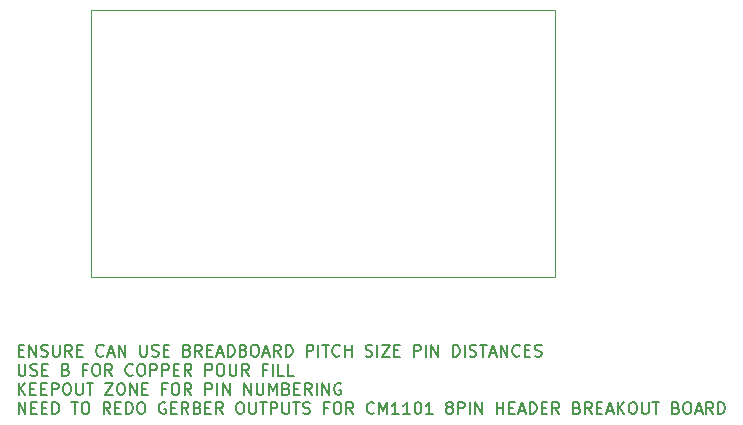
<source format=gbr>
%TF.GenerationSoftware,KiCad,Pcbnew,7.0.2*%
%TF.CreationDate,2024-04-09T17:47:28-07:00*%
%TF.ProjectId,RFM22BPCB,52464d32-3242-4504-9342-2e6b69636164,rev?*%
%TF.SameCoordinates,Original*%
%TF.FileFunction,Profile,NP*%
%FSLAX46Y46*%
G04 Gerber Fmt 4.6, Leading zero omitted, Abs format (unit mm)*
G04 Created by KiCad (PCBNEW 7.0.2) date 2024-04-09 17:47:28*
%MOMM*%
%LPD*%
G01*
G04 APERTURE LIST*
%TA.AperFunction,Profile*%
%ADD10C,0.100000*%
%TD*%
%ADD11C,0.150000*%
G04 APERTURE END LIST*
D10*
X141503400Y-92456000D02*
X180746400Y-92456000D01*
X180746400Y-115049300D01*
X141503400Y-115049300D01*
X141503400Y-92456000D01*
D11*
X135366095Y-121239809D02*
X135699428Y-121239809D01*
X135842285Y-121763619D02*
X135366095Y-121763619D01*
X135366095Y-121763619D02*
X135366095Y-120763619D01*
X135366095Y-120763619D02*
X135842285Y-120763619D01*
X136270857Y-121763619D02*
X136270857Y-120763619D01*
X136270857Y-120763619D02*
X136842285Y-121763619D01*
X136842285Y-121763619D02*
X136842285Y-120763619D01*
X137270857Y-121716000D02*
X137413714Y-121763619D01*
X137413714Y-121763619D02*
X137651809Y-121763619D01*
X137651809Y-121763619D02*
X137747047Y-121716000D01*
X137747047Y-121716000D02*
X137794666Y-121668380D01*
X137794666Y-121668380D02*
X137842285Y-121573142D01*
X137842285Y-121573142D02*
X137842285Y-121477904D01*
X137842285Y-121477904D02*
X137794666Y-121382666D01*
X137794666Y-121382666D02*
X137747047Y-121335047D01*
X137747047Y-121335047D02*
X137651809Y-121287428D01*
X137651809Y-121287428D02*
X137461333Y-121239809D01*
X137461333Y-121239809D02*
X137366095Y-121192190D01*
X137366095Y-121192190D02*
X137318476Y-121144571D01*
X137318476Y-121144571D02*
X137270857Y-121049333D01*
X137270857Y-121049333D02*
X137270857Y-120954095D01*
X137270857Y-120954095D02*
X137318476Y-120858857D01*
X137318476Y-120858857D02*
X137366095Y-120811238D01*
X137366095Y-120811238D02*
X137461333Y-120763619D01*
X137461333Y-120763619D02*
X137699428Y-120763619D01*
X137699428Y-120763619D02*
X137842285Y-120811238D01*
X138270857Y-120763619D02*
X138270857Y-121573142D01*
X138270857Y-121573142D02*
X138318476Y-121668380D01*
X138318476Y-121668380D02*
X138366095Y-121716000D01*
X138366095Y-121716000D02*
X138461333Y-121763619D01*
X138461333Y-121763619D02*
X138651809Y-121763619D01*
X138651809Y-121763619D02*
X138747047Y-121716000D01*
X138747047Y-121716000D02*
X138794666Y-121668380D01*
X138794666Y-121668380D02*
X138842285Y-121573142D01*
X138842285Y-121573142D02*
X138842285Y-120763619D01*
X139889904Y-121763619D02*
X139556571Y-121287428D01*
X139318476Y-121763619D02*
X139318476Y-120763619D01*
X139318476Y-120763619D02*
X139699428Y-120763619D01*
X139699428Y-120763619D02*
X139794666Y-120811238D01*
X139794666Y-120811238D02*
X139842285Y-120858857D01*
X139842285Y-120858857D02*
X139889904Y-120954095D01*
X139889904Y-120954095D02*
X139889904Y-121096952D01*
X139889904Y-121096952D02*
X139842285Y-121192190D01*
X139842285Y-121192190D02*
X139794666Y-121239809D01*
X139794666Y-121239809D02*
X139699428Y-121287428D01*
X139699428Y-121287428D02*
X139318476Y-121287428D01*
X140318476Y-121239809D02*
X140651809Y-121239809D01*
X140794666Y-121763619D02*
X140318476Y-121763619D01*
X140318476Y-121763619D02*
X140318476Y-120763619D01*
X140318476Y-120763619D02*
X140794666Y-120763619D01*
X142556571Y-121668380D02*
X142508952Y-121716000D01*
X142508952Y-121716000D02*
X142366095Y-121763619D01*
X142366095Y-121763619D02*
X142270857Y-121763619D01*
X142270857Y-121763619D02*
X142128000Y-121716000D01*
X142128000Y-121716000D02*
X142032762Y-121620761D01*
X142032762Y-121620761D02*
X141985143Y-121525523D01*
X141985143Y-121525523D02*
X141937524Y-121335047D01*
X141937524Y-121335047D02*
X141937524Y-121192190D01*
X141937524Y-121192190D02*
X141985143Y-121001714D01*
X141985143Y-121001714D02*
X142032762Y-120906476D01*
X142032762Y-120906476D02*
X142128000Y-120811238D01*
X142128000Y-120811238D02*
X142270857Y-120763619D01*
X142270857Y-120763619D02*
X142366095Y-120763619D01*
X142366095Y-120763619D02*
X142508952Y-120811238D01*
X142508952Y-120811238D02*
X142556571Y-120858857D01*
X142937524Y-121477904D02*
X143413714Y-121477904D01*
X142842286Y-121763619D02*
X143175619Y-120763619D01*
X143175619Y-120763619D02*
X143508952Y-121763619D01*
X143842286Y-121763619D02*
X143842286Y-120763619D01*
X143842286Y-120763619D02*
X144413714Y-121763619D01*
X144413714Y-121763619D02*
X144413714Y-120763619D01*
X145651810Y-120763619D02*
X145651810Y-121573142D01*
X145651810Y-121573142D02*
X145699429Y-121668380D01*
X145699429Y-121668380D02*
X145747048Y-121716000D01*
X145747048Y-121716000D02*
X145842286Y-121763619D01*
X145842286Y-121763619D02*
X146032762Y-121763619D01*
X146032762Y-121763619D02*
X146128000Y-121716000D01*
X146128000Y-121716000D02*
X146175619Y-121668380D01*
X146175619Y-121668380D02*
X146223238Y-121573142D01*
X146223238Y-121573142D02*
X146223238Y-120763619D01*
X146651810Y-121716000D02*
X146794667Y-121763619D01*
X146794667Y-121763619D02*
X147032762Y-121763619D01*
X147032762Y-121763619D02*
X147128000Y-121716000D01*
X147128000Y-121716000D02*
X147175619Y-121668380D01*
X147175619Y-121668380D02*
X147223238Y-121573142D01*
X147223238Y-121573142D02*
X147223238Y-121477904D01*
X147223238Y-121477904D02*
X147175619Y-121382666D01*
X147175619Y-121382666D02*
X147128000Y-121335047D01*
X147128000Y-121335047D02*
X147032762Y-121287428D01*
X147032762Y-121287428D02*
X146842286Y-121239809D01*
X146842286Y-121239809D02*
X146747048Y-121192190D01*
X146747048Y-121192190D02*
X146699429Y-121144571D01*
X146699429Y-121144571D02*
X146651810Y-121049333D01*
X146651810Y-121049333D02*
X146651810Y-120954095D01*
X146651810Y-120954095D02*
X146699429Y-120858857D01*
X146699429Y-120858857D02*
X146747048Y-120811238D01*
X146747048Y-120811238D02*
X146842286Y-120763619D01*
X146842286Y-120763619D02*
X147080381Y-120763619D01*
X147080381Y-120763619D02*
X147223238Y-120811238D01*
X147651810Y-121239809D02*
X147985143Y-121239809D01*
X148128000Y-121763619D02*
X147651810Y-121763619D01*
X147651810Y-121763619D02*
X147651810Y-120763619D01*
X147651810Y-120763619D02*
X148128000Y-120763619D01*
X149651810Y-121239809D02*
X149794667Y-121287428D01*
X149794667Y-121287428D02*
X149842286Y-121335047D01*
X149842286Y-121335047D02*
X149889905Y-121430285D01*
X149889905Y-121430285D02*
X149889905Y-121573142D01*
X149889905Y-121573142D02*
X149842286Y-121668380D01*
X149842286Y-121668380D02*
X149794667Y-121716000D01*
X149794667Y-121716000D02*
X149699429Y-121763619D01*
X149699429Y-121763619D02*
X149318477Y-121763619D01*
X149318477Y-121763619D02*
X149318477Y-120763619D01*
X149318477Y-120763619D02*
X149651810Y-120763619D01*
X149651810Y-120763619D02*
X149747048Y-120811238D01*
X149747048Y-120811238D02*
X149794667Y-120858857D01*
X149794667Y-120858857D02*
X149842286Y-120954095D01*
X149842286Y-120954095D02*
X149842286Y-121049333D01*
X149842286Y-121049333D02*
X149794667Y-121144571D01*
X149794667Y-121144571D02*
X149747048Y-121192190D01*
X149747048Y-121192190D02*
X149651810Y-121239809D01*
X149651810Y-121239809D02*
X149318477Y-121239809D01*
X150889905Y-121763619D02*
X150556572Y-121287428D01*
X150318477Y-121763619D02*
X150318477Y-120763619D01*
X150318477Y-120763619D02*
X150699429Y-120763619D01*
X150699429Y-120763619D02*
X150794667Y-120811238D01*
X150794667Y-120811238D02*
X150842286Y-120858857D01*
X150842286Y-120858857D02*
X150889905Y-120954095D01*
X150889905Y-120954095D02*
X150889905Y-121096952D01*
X150889905Y-121096952D02*
X150842286Y-121192190D01*
X150842286Y-121192190D02*
X150794667Y-121239809D01*
X150794667Y-121239809D02*
X150699429Y-121287428D01*
X150699429Y-121287428D02*
X150318477Y-121287428D01*
X151318477Y-121239809D02*
X151651810Y-121239809D01*
X151794667Y-121763619D02*
X151318477Y-121763619D01*
X151318477Y-121763619D02*
X151318477Y-120763619D01*
X151318477Y-120763619D02*
X151794667Y-120763619D01*
X152175620Y-121477904D02*
X152651810Y-121477904D01*
X152080382Y-121763619D02*
X152413715Y-120763619D01*
X152413715Y-120763619D02*
X152747048Y-121763619D01*
X153080382Y-121763619D02*
X153080382Y-120763619D01*
X153080382Y-120763619D02*
X153318477Y-120763619D01*
X153318477Y-120763619D02*
X153461334Y-120811238D01*
X153461334Y-120811238D02*
X153556572Y-120906476D01*
X153556572Y-120906476D02*
X153604191Y-121001714D01*
X153604191Y-121001714D02*
X153651810Y-121192190D01*
X153651810Y-121192190D02*
X153651810Y-121335047D01*
X153651810Y-121335047D02*
X153604191Y-121525523D01*
X153604191Y-121525523D02*
X153556572Y-121620761D01*
X153556572Y-121620761D02*
X153461334Y-121716000D01*
X153461334Y-121716000D02*
X153318477Y-121763619D01*
X153318477Y-121763619D02*
X153080382Y-121763619D01*
X154413715Y-121239809D02*
X154556572Y-121287428D01*
X154556572Y-121287428D02*
X154604191Y-121335047D01*
X154604191Y-121335047D02*
X154651810Y-121430285D01*
X154651810Y-121430285D02*
X154651810Y-121573142D01*
X154651810Y-121573142D02*
X154604191Y-121668380D01*
X154604191Y-121668380D02*
X154556572Y-121716000D01*
X154556572Y-121716000D02*
X154461334Y-121763619D01*
X154461334Y-121763619D02*
X154080382Y-121763619D01*
X154080382Y-121763619D02*
X154080382Y-120763619D01*
X154080382Y-120763619D02*
X154413715Y-120763619D01*
X154413715Y-120763619D02*
X154508953Y-120811238D01*
X154508953Y-120811238D02*
X154556572Y-120858857D01*
X154556572Y-120858857D02*
X154604191Y-120954095D01*
X154604191Y-120954095D02*
X154604191Y-121049333D01*
X154604191Y-121049333D02*
X154556572Y-121144571D01*
X154556572Y-121144571D02*
X154508953Y-121192190D01*
X154508953Y-121192190D02*
X154413715Y-121239809D01*
X154413715Y-121239809D02*
X154080382Y-121239809D01*
X155270858Y-120763619D02*
X155461334Y-120763619D01*
X155461334Y-120763619D02*
X155556572Y-120811238D01*
X155556572Y-120811238D02*
X155651810Y-120906476D01*
X155651810Y-120906476D02*
X155699429Y-121096952D01*
X155699429Y-121096952D02*
X155699429Y-121430285D01*
X155699429Y-121430285D02*
X155651810Y-121620761D01*
X155651810Y-121620761D02*
X155556572Y-121716000D01*
X155556572Y-121716000D02*
X155461334Y-121763619D01*
X155461334Y-121763619D02*
X155270858Y-121763619D01*
X155270858Y-121763619D02*
X155175620Y-121716000D01*
X155175620Y-121716000D02*
X155080382Y-121620761D01*
X155080382Y-121620761D02*
X155032763Y-121430285D01*
X155032763Y-121430285D02*
X155032763Y-121096952D01*
X155032763Y-121096952D02*
X155080382Y-120906476D01*
X155080382Y-120906476D02*
X155175620Y-120811238D01*
X155175620Y-120811238D02*
X155270858Y-120763619D01*
X156080382Y-121477904D02*
X156556572Y-121477904D01*
X155985144Y-121763619D02*
X156318477Y-120763619D01*
X156318477Y-120763619D02*
X156651810Y-121763619D01*
X157556572Y-121763619D02*
X157223239Y-121287428D01*
X156985144Y-121763619D02*
X156985144Y-120763619D01*
X156985144Y-120763619D02*
X157366096Y-120763619D01*
X157366096Y-120763619D02*
X157461334Y-120811238D01*
X157461334Y-120811238D02*
X157508953Y-120858857D01*
X157508953Y-120858857D02*
X157556572Y-120954095D01*
X157556572Y-120954095D02*
X157556572Y-121096952D01*
X157556572Y-121096952D02*
X157508953Y-121192190D01*
X157508953Y-121192190D02*
X157461334Y-121239809D01*
X157461334Y-121239809D02*
X157366096Y-121287428D01*
X157366096Y-121287428D02*
X156985144Y-121287428D01*
X157985144Y-121763619D02*
X157985144Y-120763619D01*
X157985144Y-120763619D02*
X158223239Y-120763619D01*
X158223239Y-120763619D02*
X158366096Y-120811238D01*
X158366096Y-120811238D02*
X158461334Y-120906476D01*
X158461334Y-120906476D02*
X158508953Y-121001714D01*
X158508953Y-121001714D02*
X158556572Y-121192190D01*
X158556572Y-121192190D02*
X158556572Y-121335047D01*
X158556572Y-121335047D02*
X158508953Y-121525523D01*
X158508953Y-121525523D02*
X158461334Y-121620761D01*
X158461334Y-121620761D02*
X158366096Y-121716000D01*
X158366096Y-121716000D02*
X158223239Y-121763619D01*
X158223239Y-121763619D02*
X157985144Y-121763619D01*
X159747049Y-121763619D02*
X159747049Y-120763619D01*
X159747049Y-120763619D02*
X160128001Y-120763619D01*
X160128001Y-120763619D02*
X160223239Y-120811238D01*
X160223239Y-120811238D02*
X160270858Y-120858857D01*
X160270858Y-120858857D02*
X160318477Y-120954095D01*
X160318477Y-120954095D02*
X160318477Y-121096952D01*
X160318477Y-121096952D02*
X160270858Y-121192190D01*
X160270858Y-121192190D02*
X160223239Y-121239809D01*
X160223239Y-121239809D02*
X160128001Y-121287428D01*
X160128001Y-121287428D02*
X159747049Y-121287428D01*
X160747049Y-121763619D02*
X160747049Y-120763619D01*
X161080382Y-120763619D02*
X161651810Y-120763619D01*
X161366096Y-121763619D02*
X161366096Y-120763619D01*
X162556572Y-121668380D02*
X162508953Y-121716000D01*
X162508953Y-121716000D02*
X162366096Y-121763619D01*
X162366096Y-121763619D02*
X162270858Y-121763619D01*
X162270858Y-121763619D02*
X162128001Y-121716000D01*
X162128001Y-121716000D02*
X162032763Y-121620761D01*
X162032763Y-121620761D02*
X161985144Y-121525523D01*
X161985144Y-121525523D02*
X161937525Y-121335047D01*
X161937525Y-121335047D02*
X161937525Y-121192190D01*
X161937525Y-121192190D02*
X161985144Y-121001714D01*
X161985144Y-121001714D02*
X162032763Y-120906476D01*
X162032763Y-120906476D02*
X162128001Y-120811238D01*
X162128001Y-120811238D02*
X162270858Y-120763619D01*
X162270858Y-120763619D02*
X162366096Y-120763619D01*
X162366096Y-120763619D02*
X162508953Y-120811238D01*
X162508953Y-120811238D02*
X162556572Y-120858857D01*
X162985144Y-121763619D02*
X162985144Y-120763619D01*
X162985144Y-121239809D02*
X163556572Y-121239809D01*
X163556572Y-121763619D02*
X163556572Y-120763619D01*
X164747049Y-121716000D02*
X164889906Y-121763619D01*
X164889906Y-121763619D02*
X165128001Y-121763619D01*
X165128001Y-121763619D02*
X165223239Y-121716000D01*
X165223239Y-121716000D02*
X165270858Y-121668380D01*
X165270858Y-121668380D02*
X165318477Y-121573142D01*
X165318477Y-121573142D02*
X165318477Y-121477904D01*
X165318477Y-121477904D02*
X165270858Y-121382666D01*
X165270858Y-121382666D02*
X165223239Y-121335047D01*
X165223239Y-121335047D02*
X165128001Y-121287428D01*
X165128001Y-121287428D02*
X164937525Y-121239809D01*
X164937525Y-121239809D02*
X164842287Y-121192190D01*
X164842287Y-121192190D02*
X164794668Y-121144571D01*
X164794668Y-121144571D02*
X164747049Y-121049333D01*
X164747049Y-121049333D02*
X164747049Y-120954095D01*
X164747049Y-120954095D02*
X164794668Y-120858857D01*
X164794668Y-120858857D02*
X164842287Y-120811238D01*
X164842287Y-120811238D02*
X164937525Y-120763619D01*
X164937525Y-120763619D02*
X165175620Y-120763619D01*
X165175620Y-120763619D02*
X165318477Y-120811238D01*
X165747049Y-121763619D02*
X165747049Y-120763619D01*
X166128001Y-120763619D02*
X166794667Y-120763619D01*
X166794667Y-120763619D02*
X166128001Y-121763619D01*
X166128001Y-121763619D02*
X166794667Y-121763619D01*
X167175620Y-121239809D02*
X167508953Y-121239809D01*
X167651810Y-121763619D02*
X167175620Y-121763619D01*
X167175620Y-121763619D02*
X167175620Y-120763619D01*
X167175620Y-120763619D02*
X167651810Y-120763619D01*
X168842287Y-121763619D02*
X168842287Y-120763619D01*
X168842287Y-120763619D02*
X169223239Y-120763619D01*
X169223239Y-120763619D02*
X169318477Y-120811238D01*
X169318477Y-120811238D02*
X169366096Y-120858857D01*
X169366096Y-120858857D02*
X169413715Y-120954095D01*
X169413715Y-120954095D02*
X169413715Y-121096952D01*
X169413715Y-121096952D02*
X169366096Y-121192190D01*
X169366096Y-121192190D02*
X169318477Y-121239809D01*
X169318477Y-121239809D02*
X169223239Y-121287428D01*
X169223239Y-121287428D02*
X168842287Y-121287428D01*
X169842287Y-121763619D02*
X169842287Y-120763619D01*
X170318477Y-121763619D02*
X170318477Y-120763619D01*
X170318477Y-120763619D02*
X170889905Y-121763619D01*
X170889905Y-121763619D02*
X170889905Y-120763619D01*
X172128001Y-121763619D02*
X172128001Y-120763619D01*
X172128001Y-120763619D02*
X172366096Y-120763619D01*
X172366096Y-120763619D02*
X172508953Y-120811238D01*
X172508953Y-120811238D02*
X172604191Y-120906476D01*
X172604191Y-120906476D02*
X172651810Y-121001714D01*
X172651810Y-121001714D02*
X172699429Y-121192190D01*
X172699429Y-121192190D02*
X172699429Y-121335047D01*
X172699429Y-121335047D02*
X172651810Y-121525523D01*
X172651810Y-121525523D02*
X172604191Y-121620761D01*
X172604191Y-121620761D02*
X172508953Y-121716000D01*
X172508953Y-121716000D02*
X172366096Y-121763619D01*
X172366096Y-121763619D02*
X172128001Y-121763619D01*
X173128001Y-121763619D02*
X173128001Y-120763619D01*
X173556572Y-121716000D02*
X173699429Y-121763619D01*
X173699429Y-121763619D02*
X173937524Y-121763619D01*
X173937524Y-121763619D02*
X174032762Y-121716000D01*
X174032762Y-121716000D02*
X174080381Y-121668380D01*
X174080381Y-121668380D02*
X174128000Y-121573142D01*
X174128000Y-121573142D02*
X174128000Y-121477904D01*
X174128000Y-121477904D02*
X174080381Y-121382666D01*
X174080381Y-121382666D02*
X174032762Y-121335047D01*
X174032762Y-121335047D02*
X173937524Y-121287428D01*
X173937524Y-121287428D02*
X173747048Y-121239809D01*
X173747048Y-121239809D02*
X173651810Y-121192190D01*
X173651810Y-121192190D02*
X173604191Y-121144571D01*
X173604191Y-121144571D02*
X173556572Y-121049333D01*
X173556572Y-121049333D02*
X173556572Y-120954095D01*
X173556572Y-120954095D02*
X173604191Y-120858857D01*
X173604191Y-120858857D02*
X173651810Y-120811238D01*
X173651810Y-120811238D02*
X173747048Y-120763619D01*
X173747048Y-120763619D02*
X173985143Y-120763619D01*
X173985143Y-120763619D02*
X174128000Y-120811238D01*
X174413715Y-120763619D02*
X174985143Y-120763619D01*
X174699429Y-121763619D02*
X174699429Y-120763619D01*
X175270858Y-121477904D02*
X175747048Y-121477904D01*
X175175620Y-121763619D02*
X175508953Y-120763619D01*
X175508953Y-120763619D02*
X175842286Y-121763619D01*
X176175620Y-121763619D02*
X176175620Y-120763619D01*
X176175620Y-120763619D02*
X176747048Y-121763619D01*
X176747048Y-121763619D02*
X176747048Y-120763619D01*
X177794667Y-121668380D02*
X177747048Y-121716000D01*
X177747048Y-121716000D02*
X177604191Y-121763619D01*
X177604191Y-121763619D02*
X177508953Y-121763619D01*
X177508953Y-121763619D02*
X177366096Y-121716000D01*
X177366096Y-121716000D02*
X177270858Y-121620761D01*
X177270858Y-121620761D02*
X177223239Y-121525523D01*
X177223239Y-121525523D02*
X177175620Y-121335047D01*
X177175620Y-121335047D02*
X177175620Y-121192190D01*
X177175620Y-121192190D02*
X177223239Y-121001714D01*
X177223239Y-121001714D02*
X177270858Y-120906476D01*
X177270858Y-120906476D02*
X177366096Y-120811238D01*
X177366096Y-120811238D02*
X177508953Y-120763619D01*
X177508953Y-120763619D02*
X177604191Y-120763619D01*
X177604191Y-120763619D02*
X177747048Y-120811238D01*
X177747048Y-120811238D02*
X177794667Y-120858857D01*
X178223239Y-121239809D02*
X178556572Y-121239809D01*
X178699429Y-121763619D02*
X178223239Y-121763619D01*
X178223239Y-121763619D02*
X178223239Y-120763619D01*
X178223239Y-120763619D02*
X178699429Y-120763619D01*
X179080382Y-121716000D02*
X179223239Y-121763619D01*
X179223239Y-121763619D02*
X179461334Y-121763619D01*
X179461334Y-121763619D02*
X179556572Y-121716000D01*
X179556572Y-121716000D02*
X179604191Y-121668380D01*
X179604191Y-121668380D02*
X179651810Y-121573142D01*
X179651810Y-121573142D02*
X179651810Y-121477904D01*
X179651810Y-121477904D02*
X179604191Y-121382666D01*
X179604191Y-121382666D02*
X179556572Y-121335047D01*
X179556572Y-121335047D02*
X179461334Y-121287428D01*
X179461334Y-121287428D02*
X179270858Y-121239809D01*
X179270858Y-121239809D02*
X179175620Y-121192190D01*
X179175620Y-121192190D02*
X179128001Y-121144571D01*
X179128001Y-121144571D02*
X179080382Y-121049333D01*
X179080382Y-121049333D02*
X179080382Y-120954095D01*
X179080382Y-120954095D02*
X179128001Y-120858857D01*
X179128001Y-120858857D02*
X179175620Y-120811238D01*
X179175620Y-120811238D02*
X179270858Y-120763619D01*
X179270858Y-120763619D02*
X179508953Y-120763619D01*
X179508953Y-120763619D02*
X179651810Y-120811238D01*
X135366095Y-122383619D02*
X135366095Y-123193142D01*
X135366095Y-123193142D02*
X135413714Y-123288380D01*
X135413714Y-123288380D02*
X135461333Y-123336000D01*
X135461333Y-123336000D02*
X135556571Y-123383619D01*
X135556571Y-123383619D02*
X135747047Y-123383619D01*
X135747047Y-123383619D02*
X135842285Y-123336000D01*
X135842285Y-123336000D02*
X135889904Y-123288380D01*
X135889904Y-123288380D02*
X135937523Y-123193142D01*
X135937523Y-123193142D02*
X135937523Y-122383619D01*
X136366095Y-123336000D02*
X136508952Y-123383619D01*
X136508952Y-123383619D02*
X136747047Y-123383619D01*
X136747047Y-123383619D02*
X136842285Y-123336000D01*
X136842285Y-123336000D02*
X136889904Y-123288380D01*
X136889904Y-123288380D02*
X136937523Y-123193142D01*
X136937523Y-123193142D02*
X136937523Y-123097904D01*
X136937523Y-123097904D02*
X136889904Y-123002666D01*
X136889904Y-123002666D02*
X136842285Y-122955047D01*
X136842285Y-122955047D02*
X136747047Y-122907428D01*
X136747047Y-122907428D02*
X136556571Y-122859809D01*
X136556571Y-122859809D02*
X136461333Y-122812190D01*
X136461333Y-122812190D02*
X136413714Y-122764571D01*
X136413714Y-122764571D02*
X136366095Y-122669333D01*
X136366095Y-122669333D02*
X136366095Y-122574095D01*
X136366095Y-122574095D02*
X136413714Y-122478857D01*
X136413714Y-122478857D02*
X136461333Y-122431238D01*
X136461333Y-122431238D02*
X136556571Y-122383619D01*
X136556571Y-122383619D02*
X136794666Y-122383619D01*
X136794666Y-122383619D02*
X136937523Y-122431238D01*
X137366095Y-122859809D02*
X137699428Y-122859809D01*
X137842285Y-123383619D02*
X137366095Y-123383619D01*
X137366095Y-123383619D02*
X137366095Y-122383619D01*
X137366095Y-122383619D02*
X137842285Y-122383619D01*
X139366095Y-122859809D02*
X139508952Y-122907428D01*
X139508952Y-122907428D02*
X139556571Y-122955047D01*
X139556571Y-122955047D02*
X139604190Y-123050285D01*
X139604190Y-123050285D02*
X139604190Y-123193142D01*
X139604190Y-123193142D02*
X139556571Y-123288380D01*
X139556571Y-123288380D02*
X139508952Y-123336000D01*
X139508952Y-123336000D02*
X139413714Y-123383619D01*
X139413714Y-123383619D02*
X139032762Y-123383619D01*
X139032762Y-123383619D02*
X139032762Y-122383619D01*
X139032762Y-122383619D02*
X139366095Y-122383619D01*
X139366095Y-122383619D02*
X139461333Y-122431238D01*
X139461333Y-122431238D02*
X139508952Y-122478857D01*
X139508952Y-122478857D02*
X139556571Y-122574095D01*
X139556571Y-122574095D02*
X139556571Y-122669333D01*
X139556571Y-122669333D02*
X139508952Y-122764571D01*
X139508952Y-122764571D02*
X139461333Y-122812190D01*
X139461333Y-122812190D02*
X139366095Y-122859809D01*
X139366095Y-122859809D02*
X139032762Y-122859809D01*
X141128000Y-122859809D02*
X140794667Y-122859809D01*
X140794667Y-123383619D02*
X140794667Y-122383619D01*
X140794667Y-122383619D02*
X141270857Y-122383619D01*
X141842286Y-122383619D02*
X142032762Y-122383619D01*
X142032762Y-122383619D02*
X142128000Y-122431238D01*
X142128000Y-122431238D02*
X142223238Y-122526476D01*
X142223238Y-122526476D02*
X142270857Y-122716952D01*
X142270857Y-122716952D02*
X142270857Y-123050285D01*
X142270857Y-123050285D02*
X142223238Y-123240761D01*
X142223238Y-123240761D02*
X142128000Y-123336000D01*
X142128000Y-123336000D02*
X142032762Y-123383619D01*
X142032762Y-123383619D02*
X141842286Y-123383619D01*
X141842286Y-123383619D02*
X141747048Y-123336000D01*
X141747048Y-123336000D02*
X141651810Y-123240761D01*
X141651810Y-123240761D02*
X141604191Y-123050285D01*
X141604191Y-123050285D02*
X141604191Y-122716952D01*
X141604191Y-122716952D02*
X141651810Y-122526476D01*
X141651810Y-122526476D02*
X141747048Y-122431238D01*
X141747048Y-122431238D02*
X141842286Y-122383619D01*
X143270857Y-123383619D02*
X142937524Y-122907428D01*
X142699429Y-123383619D02*
X142699429Y-122383619D01*
X142699429Y-122383619D02*
X143080381Y-122383619D01*
X143080381Y-122383619D02*
X143175619Y-122431238D01*
X143175619Y-122431238D02*
X143223238Y-122478857D01*
X143223238Y-122478857D02*
X143270857Y-122574095D01*
X143270857Y-122574095D02*
X143270857Y-122716952D01*
X143270857Y-122716952D02*
X143223238Y-122812190D01*
X143223238Y-122812190D02*
X143175619Y-122859809D01*
X143175619Y-122859809D02*
X143080381Y-122907428D01*
X143080381Y-122907428D02*
X142699429Y-122907428D01*
X145032762Y-123288380D02*
X144985143Y-123336000D01*
X144985143Y-123336000D02*
X144842286Y-123383619D01*
X144842286Y-123383619D02*
X144747048Y-123383619D01*
X144747048Y-123383619D02*
X144604191Y-123336000D01*
X144604191Y-123336000D02*
X144508953Y-123240761D01*
X144508953Y-123240761D02*
X144461334Y-123145523D01*
X144461334Y-123145523D02*
X144413715Y-122955047D01*
X144413715Y-122955047D02*
X144413715Y-122812190D01*
X144413715Y-122812190D02*
X144461334Y-122621714D01*
X144461334Y-122621714D02*
X144508953Y-122526476D01*
X144508953Y-122526476D02*
X144604191Y-122431238D01*
X144604191Y-122431238D02*
X144747048Y-122383619D01*
X144747048Y-122383619D02*
X144842286Y-122383619D01*
X144842286Y-122383619D02*
X144985143Y-122431238D01*
X144985143Y-122431238D02*
X145032762Y-122478857D01*
X145651810Y-122383619D02*
X145842286Y-122383619D01*
X145842286Y-122383619D02*
X145937524Y-122431238D01*
X145937524Y-122431238D02*
X146032762Y-122526476D01*
X146032762Y-122526476D02*
X146080381Y-122716952D01*
X146080381Y-122716952D02*
X146080381Y-123050285D01*
X146080381Y-123050285D02*
X146032762Y-123240761D01*
X146032762Y-123240761D02*
X145937524Y-123336000D01*
X145937524Y-123336000D02*
X145842286Y-123383619D01*
X145842286Y-123383619D02*
X145651810Y-123383619D01*
X145651810Y-123383619D02*
X145556572Y-123336000D01*
X145556572Y-123336000D02*
X145461334Y-123240761D01*
X145461334Y-123240761D02*
X145413715Y-123050285D01*
X145413715Y-123050285D02*
X145413715Y-122716952D01*
X145413715Y-122716952D02*
X145461334Y-122526476D01*
X145461334Y-122526476D02*
X145556572Y-122431238D01*
X145556572Y-122431238D02*
X145651810Y-122383619D01*
X146508953Y-123383619D02*
X146508953Y-122383619D01*
X146508953Y-122383619D02*
X146889905Y-122383619D01*
X146889905Y-122383619D02*
X146985143Y-122431238D01*
X146985143Y-122431238D02*
X147032762Y-122478857D01*
X147032762Y-122478857D02*
X147080381Y-122574095D01*
X147080381Y-122574095D02*
X147080381Y-122716952D01*
X147080381Y-122716952D02*
X147032762Y-122812190D01*
X147032762Y-122812190D02*
X146985143Y-122859809D01*
X146985143Y-122859809D02*
X146889905Y-122907428D01*
X146889905Y-122907428D02*
X146508953Y-122907428D01*
X147508953Y-123383619D02*
X147508953Y-122383619D01*
X147508953Y-122383619D02*
X147889905Y-122383619D01*
X147889905Y-122383619D02*
X147985143Y-122431238D01*
X147985143Y-122431238D02*
X148032762Y-122478857D01*
X148032762Y-122478857D02*
X148080381Y-122574095D01*
X148080381Y-122574095D02*
X148080381Y-122716952D01*
X148080381Y-122716952D02*
X148032762Y-122812190D01*
X148032762Y-122812190D02*
X147985143Y-122859809D01*
X147985143Y-122859809D02*
X147889905Y-122907428D01*
X147889905Y-122907428D02*
X147508953Y-122907428D01*
X148508953Y-122859809D02*
X148842286Y-122859809D01*
X148985143Y-123383619D02*
X148508953Y-123383619D01*
X148508953Y-123383619D02*
X148508953Y-122383619D01*
X148508953Y-122383619D02*
X148985143Y-122383619D01*
X149985143Y-123383619D02*
X149651810Y-122907428D01*
X149413715Y-123383619D02*
X149413715Y-122383619D01*
X149413715Y-122383619D02*
X149794667Y-122383619D01*
X149794667Y-122383619D02*
X149889905Y-122431238D01*
X149889905Y-122431238D02*
X149937524Y-122478857D01*
X149937524Y-122478857D02*
X149985143Y-122574095D01*
X149985143Y-122574095D02*
X149985143Y-122716952D01*
X149985143Y-122716952D02*
X149937524Y-122812190D01*
X149937524Y-122812190D02*
X149889905Y-122859809D01*
X149889905Y-122859809D02*
X149794667Y-122907428D01*
X149794667Y-122907428D02*
X149413715Y-122907428D01*
X151175620Y-123383619D02*
X151175620Y-122383619D01*
X151175620Y-122383619D02*
X151556572Y-122383619D01*
X151556572Y-122383619D02*
X151651810Y-122431238D01*
X151651810Y-122431238D02*
X151699429Y-122478857D01*
X151699429Y-122478857D02*
X151747048Y-122574095D01*
X151747048Y-122574095D02*
X151747048Y-122716952D01*
X151747048Y-122716952D02*
X151699429Y-122812190D01*
X151699429Y-122812190D02*
X151651810Y-122859809D01*
X151651810Y-122859809D02*
X151556572Y-122907428D01*
X151556572Y-122907428D02*
X151175620Y-122907428D01*
X152366096Y-122383619D02*
X152556572Y-122383619D01*
X152556572Y-122383619D02*
X152651810Y-122431238D01*
X152651810Y-122431238D02*
X152747048Y-122526476D01*
X152747048Y-122526476D02*
X152794667Y-122716952D01*
X152794667Y-122716952D02*
X152794667Y-123050285D01*
X152794667Y-123050285D02*
X152747048Y-123240761D01*
X152747048Y-123240761D02*
X152651810Y-123336000D01*
X152651810Y-123336000D02*
X152556572Y-123383619D01*
X152556572Y-123383619D02*
X152366096Y-123383619D01*
X152366096Y-123383619D02*
X152270858Y-123336000D01*
X152270858Y-123336000D02*
X152175620Y-123240761D01*
X152175620Y-123240761D02*
X152128001Y-123050285D01*
X152128001Y-123050285D02*
X152128001Y-122716952D01*
X152128001Y-122716952D02*
X152175620Y-122526476D01*
X152175620Y-122526476D02*
X152270858Y-122431238D01*
X152270858Y-122431238D02*
X152366096Y-122383619D01*
X153223239Y-122383619D02*
X153223239Y-123193142D01*
X153223239Y-123193142D02*
X153270858Y-123288380D01*
X153270858Y-123288380D02*
X153318477Y-123336000D01*
X153318477Y-123336000D02*
X153413715Y-123383619D01*
X153413715Y-123383619D02*
X153604191Y-123383619D01*
X153604191Y-123383619D02*
X153699429Y-123336000D01*
X153699429Y-123336000D02*
X153747048Y-123288380D01*
X153747048Y-123288380D02*
X153794667Y-123193142D01*
X153794667Y-123193142D02*
X153794667Y-122383619D01*
X154842286Y-123383619D02*
X154508953Y-122907428D01*
X154270858Y-123383619D02*
X154270858Y-122383619D01*
X154270858Y-122383619D02*
X154651810Y-122383619D01*
X154651810Y-122383619D02*
X154747048Y-122431238D01*
X154747048Y-122431238D02*
X154794667Y-122478857D01*
X154794667Y-122478857D02*
X154842286Y-122574095D01*
X154842286Y-122574095D02*
X154842286Y-122716952D01*
X154842286Y-122716952D02*
X154794667Y-122812190D01*
X154794667Y-122812190D02*
X154747048Y-122859809D01*
X154747048Y-122859809D02*
X154651810Y-122907428D01*
X154651810Y-122907428D02*
X154270858Y-122907428D01*
X156366096Y-122859809D02*
X156032763Y-122859809D01*
X156032763Y-123383619D02*
X156032763Y-122383619D01*
X156032763Y-122383619D02*
X156508953Y-122383619D01*
X156889906Y-123383619D02*
X156889906Y-122383619D01*
X157842286Y-123383619D02*
X157366096Y-123383619D01*
X157366096Y-123383619D02*
X157366096Y-122383619D01*
X158651810Y-123383619D02*
X158175620Y-123383619D01*
X158175620Y-123383619D02*
X158175620Y-122383619D01*
X135366095Y-125003619D02*
X135366095Y-124003619D01*
X135937523Y-125003619D02*
X135508952Y-124432190D01*
X135937523Y-124003619D02*
X135366095Y-124575047D01*
X136366095Y-124479809D02*
X136699428Y-124479809D01*
X136842285Y-125003619D02*
X136366095Y-125003619D01*
X136366095Y-125003619D02*
X136366095Y-124003619D01*
X136366095Y-124003619D02*
X136842285Y-124003619D01*
X137270857Y-124479809D02*
X137604190Y-124479809D01*
X137747047Y-125003619D02*
X137270857Y-125003619D01*
X137270857Y-125003619D02*
X137270857Y-124003619D01*
X137270857Y-124003619D02*
X137747047Y-124003619D01*
X138175619Y-125003619D02*
X138175619Y-124003619D01*
X138175619Y-124003619D02*
X138556571Y-124003619D01*
X138556571Y-124003619D02*
X138651809Y-124051238D01*
X138651809Y-124051238D02*
X138699428Y-124098857D01*
X138699428Y-124098857D02*
X138747047Y-124194095D01*
X138747047Y-124194095D02*
X138747047Y-124336952D01*
X138747047Y-124336952D02*
X138699428Y-124432190D01*
X138699428Y-124432190D02*
X138651809Y-124479809D01*
X138651809Y-124479809D02*
X138556571Y-124527428D01*
X138556571Y-124527428D02*
X138175619Y-124527428D01*
X139366095Y-124003619D02*
X139556571Y-124003619D01*
X139556571Y-124003619D02*
X139651809Y-124051238D01*
X139651809Y-124051238D02*
X139747047Y-124146476D01*
X139747047Y-124146476D02*
X139794666Y-124336952D01*
X139794666Y-124336952D02*
X139794666Y-124670285D01*
X139794666Y-124670285D02*
X139747047Y-124860761D01*
X139747047Y-124860761D02*
X139651809Y-124956000D01*
X139651809Y-124956000D02*
X139556571Y-125003619D01*
X139556571Y-125003619D02*
X139366095Y-125003619D01*
X139366095Y-125003619D02*
X139270857Y-124956000D01*
X139270857Y-124956000D02*
X139175619Y-124860761D01*
X139175619Y-124860761D02*
X139128000Y-124670285D01*
X139128000Y-124670285D02*
X139128000Y-124336952D01*
X139128000Y-124336952D02*
X139175619Y-124146476D01*
X139175619Y-124146476D02*
X139270857Y-124051238D01*
X139270857Y-124051238D02*
X139366095Y-124003619D01*
X140223238Y-124003619D02*
X140223238Y-124813142D01*
X140223238Y-124813142D02*
X140270857Y-124908380D01*
X140270857Y-124908380D02*
X140318476Y-124956000D01*
X140318476Y-124956000D02*
X140413714Y-125003619D01*
X140413714Y-125003619D02*
X140604190Y-125003619D01*
X140604190Y-125003619D02*
X140699428Y-124956000D01*
X140699428Y-124956000D02*
X140747047Y-124908380D01*
X140747047Y-124908380D02*
X140794666Y-124813142D01*
X140794666Y-124813142D02*
X140794666Y-124003619D01*
X141128000Y-124003619D02*
X141699428Y-124003619D01*
X141413714Y-125003619D02*
X141413714Y-124003619D01*
X142699429Y-124003619D02*
X143366095Y-124003619D01*
X143366095Y-124003619D02*
X142699429Y-125003619D01*
X142699429Y-125003619D02*
X143366095Y-125003619D01*
X143937524Y-124003619D02*
X144128000Y-124003619D01*
X144128000Y-124003619D02*
X144223238Y-124051238D01*
X144223238Y-124051238D02*
X144318476Y-124146476D01*
X144318476Y-124146476D02*
X144366095Y-124336952D01*
X144366095Y-124336952D02*
X144366095Y-124670285D01*
X144366095Y-124670285D02*
X144318476Y-124860761D01*
X144318476Y-124860761D02*
X144223238Y-124956000D01*
X144223238Y-124956000D02*
X144128000Y-125003619D01*
X144128000Y-125003619D02*
X143937524Y-125003619D01*
X143937524Y-125003619D02*
X143842286Y-124956000D01*
X143842286Y-124956000D02*
X143747048Y-124860761D01*
X143747048Y-124860761D02*
X143699429Y-124670285D01*
X143699429Y-124670285D02*
X143699429Y-124336952D01*
X143699429Y-124336952D02*
X143747048Y-124146476D01*
X143747048Y-124146476D02*
X143842286Y-124051238D01*
X143842286Y-124051238D02*
X143937524Y-124003619D01*
X144794667Y-125003619D02*
X144794667Y-124003619D01*
X144794667Y-124003619D02*
X145366095Y-125003619D01*
X145366095Y-125003619D02*
X145366095Y-124003619D01*
X145842286Y-124479809D02*
X146175619Y-124479809D01*
X146318476Y-125003619D02*
X145842286Y-125003619D01*
X145842286Y-125003619D02*
X145842286Y-124003619D01*
X145842286Y-124003619D02*
X146318476Y-124003619D01*
X147842286Y-124479809D02*
X147508953Y-124479809D01*
X147508953Y-125003619D02*
X147508953Y-124003619D01*
X147508953Y-124003619D02*
X147985143Y-124003619D01*
X148556572Y-124003619D02*
X148747048Y-124003619D01*
X148747048Y-124003619D02*
X148842286Y-124051238D01*
X148842286Y-124051238D02*
X148937524Y-124146476D01*
X148937524Y-124146476D02*
X148985143Y-124336952D01*
X148985143Y-124336952D02*
X148985143Y-124670285D01*
X148985143Y-124670285D02*
X148937524Y-124860761D01*
X148937524Y-124860761D02*
X148842286Y-124956000D01*
X148842286Y-124956000D02*
X148747048Y-125003619D01*
X148747048Y-125003619D02*
X148556572Y-125003619D01*
X148556572Y-125003619D02*
X148461334Y-124956000D01*
X148461334Y-124956000D02*
X148366096Y-124860761D01*
X148366096Y-124860761D02*
X148318477Y-124670285D01*
X148318477Y-124670285D02*
X148318477Y-124336952D01*
X148318477Y-124336952D02*
X148366096Y-124146476D01*
X148366096Y-124146476D02*
X148461334Y-124051238D01*
X148461334Y-124051238D02*
X148556572Y-124003619D01*
X149985143Y-125003619D02*
X149651810Y-124527428D01*
X149413715Y-125003619D02*
X149413715Y-124003619D01*
X149413715Y-124003619D02*
X149794667Y-124003619D01*
X149794667Y-124003619D02*
X149889905Y-124051238D01*
X149889905Y-124051238D02*
X149937524Y-124098857D01*
X149937524Y-124098857D02*
X149985143Y-124194095D01*
X149985143Y-124194095D02*
X149985143Y-124336952D01*
X149985143Y-124336952D02*
X149937524Y-124432190D01*
X149937524Y-124432190D02*
X149889905Y-124479809D01*
X149889905Y-124479809D02*
X149794667Y-124527428D01*
X149794667Y-124527428D02*
X149413715Y-124527428D01*
X151175620Y-125003619D02*
X151175620Y-124003619D01*
X151175620Y-124003619D02*
X151556572Y-124003619D01*
X151556572Y-124003619D02*
X151651810Y-124051238D01*
X151651810Y-124051238D02*
X151699429Y-124098857D01*
X151699429Y-124098857D02*
X151747048Y-124194095D01*
X151747048Y-124194095D02*
X151747048Y-124336952D01*
X151747048Y-124336952D02*
X151699429Y-124432190D01*
X151699429Y-124432190D02*
X151651810Y-124479809D01*
X151651810Y-124479809D02*
X151556572Y-124527428D01*
X151556572Y-124527428D02*
X151175620Y-124527428D01*
X152175620Y-125003619D02*
X152175620Y-124003619D01*
X152651810Y-125003619D02*
X152651810Y-124003619D01*
X152651810Y-124003619D02*
X153223238Y-125003619D01*
X153223238Y-125003619D02*
X153223238Y-124003619D01*
X154461334Y-125003619D02*
X154461334Y-124003619D01*
X154461334Y-124003619D02*
X155032762Y-125003619D01*
X155032762Y-125003619D02*
X155032762Y-124003619D01*
X155508953Y-124003619D02*
X155508953Y-124813142D01*
X155508953Y-124813142D02*
X155556572Y-124908380D01*
X155556572Y-124908380D02*
X155604191Y-124956000D01*
X155604191Y-124956000D02*
X155699429Y-125003619D01*
X155699429Y-125003619D02*
X155889905Y-125003619D01*
X155889905Y-125003619D02*
X155985143Y-124956000D01*
X155985143Y-124956000D02*
X156032762Y-124908380D01*
X156032762Y-124908380D02*
X156080381Y-124813142D01*
X156080381Y-124813142D02*
X156080381Y-124003619D01*
X156556572Y-125003619D02*
X156556572Y-124003619D01*
X156556572Y-124003619D02*
X156889905Y-124717904D01*
X156889905Y-124717904D02*
X157223238Y-124003619D01*
X157223238Y-124003619D02*
X157223238Y-125003619D01*
X158032762Y-124479809D02*
X158175619Y-124527428D01*
X158175619Y-124527428D02*
X158223238Y-124575047D01*
X158223238Y-124575047D02*
X158270857Y-124670285D01*
X158270857Y-124670285D02*
X158270857Y-124813142D01*
X158270857Y-124813142D02*
X158223238Y-124908380D01*
X158223238Y-124908380D02*
X158175619Y-124956000D01*
X158175619Y-124956000D02*
X158080381Y-125003619D01*
X158080381Y-125003619D02*
X157699429Y-125003619D01*
X157699429Y-125003619D02*
X157699429Y-124003619D01*
X157699429Y-124003619D02*
X158032762Y-124003619D01*
X158032762Y-124003619D02*
X158128000Y-124051238D01*
X158128000Y-124051238D02*
X158175619Y-124098857D01*
X158175619Y-124098857D02*
X158223238Y-124194095D01*
X158223238Y-124194095D02*
X158223238Y-124289333D01*
X158223238Y-124289333D02*
X158175619Y-124384571D01*
X158175619Y-124384571D02*
X158128000Y-124432190D01*
X158128000Y-124432190D02*
X158032762Y-124479809D01*
X158032762Y-124479809D02*
X157699429Y-124479809D01*
X158699429Y-124479809D02*
X159032762Y-124479809D01*
X159175619Y-125003619D02*
X158699429Y-125003619D01*
X158699429Y-125003619D02*
X158699429Y-124003619D01*
X158699429Y-124003619D02*
X159175619Y-124003619D01*
X160175619Y-125003619D02*
X159842286Y-124527428D01*
X159604191Y-125003619D02*
X159604191Y-124003619D01*
X159604191Y-124003619D02*
X159985143Y-124003619D01*
X159985143Y-124003619D02*
X160080381Y-124051238D01*
X160080381Y-124051238D02*
X160128000Y-124098857D01*
X160128000Y-124098857D02*
X160175619Y-124194095D01*
X160175619Y-124194095D02*
X160175619Y-124336952D01*
X160175619Y-124336952D02*
X160128000Y-124432190D01*
X160128000Y-124432190D02*
X160080381Y-124479809D01*
X160080381Y-124479809D02*
X159985143Y-124527428D01*
X159985143Y-124527428D02*
X159604191Y-124527428D01*
X160604191Y-125003619D02*
X160604191Y-124003619D01*
X161080381Y-125003619D02*
X161080381Y-124003619D01*
X161080381Y-124003619D02*
X161651809Y-125003619D01*
X161651809Y-125003619D02*
X161651809Y-124003619D01*
X162651809Y-124051238D02*
X162556571Y-124003619D01*
X162556571Y-124003619D02*
X162413714Y-124003619D01*
X162413714Y-124003619D02*
X162270857Y-124051238D01*
X162270857Y-124051238D02*
X162175619Y-124146476D01*
X162175619Y-124146476D02*
X162128000Y-124241714D01*
X162128000Y-124241714D02*
X162080381Y-124432190D01*
X162080381Y-124432190D02*
X162080381Y-124575047D01*
X162080381Y-124575047D02*
X162128000Y-124765523D01*
X162128000Y-124765523D02*
X162175619Y-124860761D01*
X162175619Y-124860761D02*
X162270857Y-124956000D01*
X162270857Y-124956000D02*
X162413714Y-125003619D01*
X162413714Y-125003619D02*
X162508952Y-125003619D01*
X162508952Y-125003619D02*
X162651809Y-124956000D01*
X162651809Y-124956000D02*
X162699428Y-124908380D01*
X162699428Y-124908380D02*
X162699428Y-124575047D01*
X162699428Y-124575047D02*
X162508952Y-124575047D01*
X135366095Y-126623619D02*
X135366095Y-125623619D01*
X135366095Y-125623619D02*
X135937523Y-126623619D01*
X135937523Y-126623619D02*
X135937523Y-125623619D01*
X136413714Y-126099809D02*
X136747047Y-126099809D01*
X136889904Y-126623619D02*
X136413714Y-126623619D01*
X136413714Y-126623619D02*
X136413714Y-125623619D01*
X136413714Y-125623619D02*
X136889904Y-125623619D01*
X137318476Y-126099809D02*
X137651809Y-126099809D01*
X137794666Y-126623619D02*
X137318476Y-126623619D01*
X137318476Y-126623619D02*
X137318476Y-125623619D01*
X137318476Y-125623619D02*
X137794666Y-125623619D01*
X138223238Y-126623619D02*
X138223238Y-125623619D01*
X138223238Y-125623619D02*
X138461333Y-125623619D01*
X138461333Y-125623619D02*
X138604190Y-125671238D01*
X138604190Y-125671238D02*
X138699428Y-125766476D01*
X138699428Y-125766476D02*
X138747047Y-125861714D01*
X138747047Y-125861714D02*
X138794666Y-126052190D01*
X138794666Y-126052190D02*
X138794666Y-126195047D01*
X138794666Y-126195047D02*
X138747047Y-126385523D01*
X138747047Y-126385523D02*
X138699428Y-126480761D01*
X138699428Y-126480761D02*
X138604190Y-126576000D01*
X138604190Y-126576000D02*
X138461333Y-126623619D01*
X138461333Y-126623619D02*
X138223238Y-126623619D01*
X139842286Y-125623619D02*
X140413714Y-125623619D01*
X140128000Y-126623619D02*
X140128000Y-125623619D01*
X140937524Y-125623619D02*
X141128000Y-125623619D01*
X141128000Y-125623619D02*
X141223238Y-125671238D01*
X141223238Y-125671238D02*
X141318476Y-125766476D01*
X141318476Y-125766476D02*
X141366095Y-125956952D01*
X141366095Y-125956952D02*
X141366095Y-126290285D01*
X141366095Y-126290285D02*
X141318476Y-126480761D01*
X141318476Y-126480761D02*
X141223238Y-126576000D01*
X141223238Y-126576000D02*
X141128000Y-126623619D01*
X141128000Y-126623619D02*
X140937524Y-126623619D01*
X140937524Y-126623619D02*
X140842286Y-126576000D01*
X140842286Y-126576000D02*
X140747048Y-126480761D01*
X140747048Y-126480761D02*
X140699429Y-126290285D01*
X140699429Y-126290285D02*
X140699429Y-125956952D01*
X140699429Y-125956952D02*
X140747048Y-125766476D01*
X140747048Y-125766476D02*
X140842286Y-125671238D01*
X140842286Y-125671238D02*
X140937524Y-125623619D01*
X143128000Y-126623619D02*
X142794667Y-126147428D01*
X142556572Y-126623619D02*
X142556572Y-125623619D01*
X142556572Y-125623619D02*
X142937524Y-125623619D01*
X142937524Y-125623619D02*
X143032762Y-125671238D01*
X143032762Y-125671238D02*
X143080381Y-125718857D01*
X143080381Y-125718857D02*
X143128000Y-125814095D01*
X143128000Y-125814095D02*
X143128000Y-125956952D01*
X143128000Y-125956952D02*
X143080381Y-126052190D01*
X143080381Y-126052190D02*
X143032762Y-126099809D01*
X143032762Y-126099809D02*
X142937524Y-126147428D01*
X142937524Y-126147428D02*
X142556572Y-126147428D01*
X143556572Y-126099809D02*
X143889905Y-126099809D01*
X144032762Y-126623619D02*
X143556572Y-126623619D01*
X143556572Y-126623619D02*
X143556572Y-125623619D01*
X143556572Y-125623619D02*
X144032762Y-125623619D01*
X144461334Y-126623619D02*
X144461334Y-125623619D01*
X144461334Y-125623619D02*
X144699429Y-125623619D01*
X144699429Y-125623619D02*
X144842286Y-125671238D01*
X144842286Y-125671238D02*
X144937524Y-125766476D01*
X144937524Y-125766476D02*
X144985143Y-125861714D01*
X144985143Y-125861714D02*
X145032762Y-126052190D01*
X145032762Y-126052190D02*
X145032762Y-126195047D01*
X145032762Y-126195047D02*
X144985143Y-126385523D01*
X144985143Y-126385523D02*
X144937524Y-126480761D01*
X144937524Y-126480761D02*
X144842286Y-126576000D01*
X144842286Y-126576000D02*
X144699429Y-126623619D01*
X144699429Y-126623619D02*
X144461334Y-126623619D01*
X145651810Y-125623619D02*
X145842286Y-125623619D01*
X145842286Y-125623619D02*
X145937524Y-125671238D01*
X145937524Y-125671238D02*
X146032762Y-125766476D01*
X146032762Y-125766476D02*
X146080381Y-125956952D01*
X146080381Y-125956952D02*
X146080381Y-126290285D01*
X146080381Y-126290285D02*
X146032762Y-126480761D01*
X146032762Y-126480761D02*
X145937524Y-126576000D01*
X145937524Y-126576000D02*
X145842286Y-126623619D01*
X145842286Y-126623619D02*
X145651810Y-126623619D01*
X145651810Y-126623619D02*
X145556572Y-126576000D01*
X145556572Y-126576000D02*
X145461334Y-126480761D01*
X145461334Y-126480761D02*
X145413715Y-126290285D01*
X145413715Y-126290285D02*
X145413715Y-125956952D01*
X145413715Y-125956952D02*
X145461334Y-125766476D01*
X145461334Y-125766476D02*
X145556572Y-125671238D01*
X145556572Y-125671238D02*
X145651810Y-125623619D01*
X147794667Y-125671238D02*
X147699429Y-125623619D01*
X147699429Y-125623619D02*
X147556572Y-125623619D01*
X147556572Y-125623619D02*
X147413715Y-125671238D01*
X147413715Y-125671238D02*
X147318477Y-125766476D01*
X147318477Y-125766476D02*
X147270858Y-125861714D01*
X147270858Y-125861714D02*
X147223239Y-126052190D01*
X147223239Y-126052190D02*
X147223239Y-126195047D01*
X147223239Y-126195047D02*
X147270858Y-126385523D01*
X147270858Y-126385523D02*
X147318477Y-126480761D01*
X147318477Y-126480761D02*
X147413715Y-126576000D01*
X147413715Y-126576000D02*
X147556572Y-126623619D01*
X147556572Y-126623619D02*
X147651810Y-126623619D01*
X147651810Y-126623619D02*
X147794667Y-126576000D01*
X147794667Y-126576000D02*
X147842286Y-126528380D01*
X147842286Y-126528380D02*
X147842286Y-126195047D01*
X147842286Y-126195047D02*
X147651810Y-126195047D01*
X148270858Y-126099809D02*
X148604191Y-126099809D01*
X148747048Y-126623619D02*
X148270858Y-126623619D01*
X148270858Y-126623619D02*
X148270858Y-125623619D01*
X148270858Y-125623619D02*
X148747048Y-125623619D01*
X149747048Y-126623619D02*
X149413715Y-126147428D01*
X149175620Y-126623619D02*
X149175620Y-125623619D01*
X149175620Y-125623619D02*
X149556572Y-125623619D01*
X149556572Y-125623619D02*
X149651810Y-125671238D01*
X149651810Y-125671238D02*
X149699429Y-125718857D01*
X149699429Y-125718857D02*
X149747048Y-125814095D01*
X149747048Y-125814095D02*
X149747048Y-125956952D01*
X149747048Y-125956952D02*
X149699429Y-126052190D01*
X149699429Y-126052190D02*
X149651810Y-126099809D01*
X149651810Y-126099809D02*
X149556572Y-126147428D01*
X149556572Y-126147428D02*
X149175620Y-126147428D01*
X150508953Y-126099809D02*
X150651810Y-126147428D01*
X150651810Y-126147428D02*
X150699429Y-126195047D01*
X150699429Y-126195047D02*
X150747048Y-126290285D01*
X150747048Y-126290285D02*
X150747048Y-126433142D01*
X150747048Y-126433142D02*
X150699429Y-126528380D01*
X150699429Y-126528380D02*
X150651810Y-126576000D01*
X150651810Y-126576000D02*
X150556572Y-126623619D01*
X150556572Y-126623619D02*
X150175620Y-126623619D01*
X150175620Y-126623619D02*
X150175620Y-125623619D01*
X150175620Y-125623619D02*
X150508953Y-125623619D01*
X150508953Y-125623619D02*
X150604191Y-125671238D01*
X150604191Y-125671238D02*
X150651810Y-125718857D01*
X150651810Y-125718857D02*
X150699429Y-125814095D01*
X150699429Y-125814095D02*
X150699429Y-125909333D01*
X150699429Y-125909333D02*
X150651810Y-126004571D01*
X150651810Y-126004571D02*
X150604191Y-126052190D01*
X150604191Y-126052190D02*
X150508953Y-126099809D01*
X150508953Y-126099809D02*
X150175620Y-126099809D01*
X151175620Y-126099809D02*
X151508953Y-126099809D01*
X151651810Y-126623619D02*
X151175620Y-126623619D01*
X151175620Y-126623619D02*
X151175620Y-125623619D01*
X151175620Y-125623619D02*
X151651810Y-125623619D01*
X152651810Y-126623619D02*
X152318477Y-126147428D01*
X152080382Y-126623619D02*
X152080382Y-125623619D01*
X152080382Y-125623619D02*
X152461334Y-125623619D01*
X152461334Y-125623619D02*
X152556572Y-125671238D01*
X152556572Y-125671238D02*
X152604191Y-125718857D01*
X152604191Y-125718857D02*
X152651810Y-125814095D01*
X152651810Y-125814095D02*
X152651810Y-125956952D01*
X152651810Y-125956952D02*
X152604191Y-126052190D01*
X152604191Y-126052190D02*
X152556572Y-126099809D01*
X152556572Y-126099809D02*
X152461334Y-126147428D01*
X152461334Y-126147428D02*
X152080382Y-126147428D01*
X154032763Y-125623619D02*
X154223239Y-125623619D01*
X154223239Y-125623619D02*
X154318477Y-125671238D01*
X154318477Y-125671238D02*
X154413715Y-125766476D01*
X154413715Y-125766476D02*
X154461334Y-125956952D01*
X154461334Y-125956952D02*
X154461334Y-126290285D01*
X154461334Y-126290285D02*
X154413715Y-126480761D01*
X154413715Y-126480761D02*
X154318477Y-126576000D01*
X154318477Y-126576000D02*
X154223239Y-126623619D01*
X154223239Y-126623619D02*
X154032763Y-126623619D01*
X154032763Y-126623619D02*
X153937525Y-126576000D01*
X153937525Y-126576000D02*
X153842287Y-126480761D01*
X153842287Y-126480761D02*
X153794668Y-126290285D01*
X153794668Y-126290285D02*
X153794668Y-125956952D01*
X153794668Y-125956952D02*
X153842287Y-125766476D01*
X153842287Y-125766476D02*
X153937525Y-125671238D01*
X153937525Y-125671238D02*
X154032763Y-125623619D01*
X154889906Y-125623619D02*
X154889906Y-126433142D01*
X154889906Y-126433142D02*
X154937525Y-126528380D01*
X154937525Y-126528380D02*
X154985144Y-126576000D01*
X154985144Y-126576000D02*
X155080382Y-126623619D01*
X155080382Y-126623619D02*
X155270858Y-126623619D01*
X155270858Y-126623619D02*
X155366096Y-126576000D01*
X155366096Y-126576000D02*
X155413715Y-126528380D01*
X155413715Y-126528380D02*
X155461334Y-126433142D01*
X155461334Y-126433142D02*
X155461334Y-125623619D01*
X155794668Y-125623619D02*
X156366096Y-125623619D01*
X156080382Y-126623619D02*
X156080382Y-125623619D01*
X156699430Y-126623619D02*
X156699430Y-125623619D01*
X156699430Y-125623619D02*
X157080382Y-125623619D01*
X157080382Y-125623619D02*
X157175620Y-125671238D01*
X157175620Y-125671238D02*
X157223239Y-125718857D01*
X157223239Y-125718857D02*
X157270858Y-125814095D01*
X157270858Y-125814095D02*
X157270858Y-125956952D01*
X157270858Y-125956952D02*
X157223239Y-126052190D01*
X157223239Y-126052190D02*
X157175620Y-126099809D01*
X157175620Y-126099809D02*
X157080382Y-126147428D01*
X157080382Y-126147428D02*
X156699430Y-126147428D01*
X157699430Y-125623619D02*
X157699430Y-126433142D01*
X157699430Y-126433142D02*
X157747049Y-126528380D01*
X157747049Y-126528380D02*
X157794668Y-126576000D01*
X157794668Y-126576000D02*
X157889906Y-126623619D01*
X157889906Y-126623619D02*
X158080382Y-126623619D01*
X158080382Y-126623619D02*
X158175620Y-126576000D01*
X158175620Y-126576000D02*
X158223239Y-126528380D01*
X158223239Y-126528380D02*
X158270858Y-126433142D01*
X158270858Y-126433142D02*
X158270858Y-125623619D01*
X158604192Y-125623619D02*
X159175620Y-125623619D01*
X158889906Y-126623619D02*
X158889906Y-125623619D01*
X159461335Y-126576000D02*
X159604192Y-126623619D01*
X159604192Y-126623619D02*
X159842287Y-126623619D01*
X159842287Y-126623619D02*
X159937525Y-126576000D01*
X159937525Y-126576000D02*
X159985144Y-126528380D01*
X159985144Y-126528380D02*
X160032763Y-126433142D01*
X160032763Y-126433142D02*
X160032763Y-126337904D01*
X160032763Y-126337904D02*
X159985144Y-126242666D01*
X159985144Y-126242666D02*
X159937525Y-126195047D01*
X159937525Y-126195047D02*
X159842287Y-126147428D01*
X159842287Y-126147428D02*
X159651811Y-126099809D01*
X159651811Y-126099809D02*
X159556573Y-126052190D01*
X159556573Y-126052190D02*
X159508954Y-126004571D01*
X159508954Y-126004571D02*
X159461335Y-125909333D01*
X159461335Y-125909333D02*
X159461335Y-125814095D01*
X159461335Y-125814095D02*
X159508954Y-125718857D01*
X159508954Y-125718857D02*
X159556573Y-125671238D01*
X159556573Y-125671238D02*
X159651811Y-125623619D01*
X159651811Y-125623619D02*
X159889906Y-125623619D01*
X159889906Y-125623619D02*
X160032763Y-125671238D01*
X161556573Y-126099809D02*
X161223240Y-126099809D01*
X161223240Y-126623619D02*
X161223240Y-125623619D01*
X161223240Y-125623619D02*
X161699430Y-125623619D01*
X162270859Y-125623619D02*
X162461335Y-125623619D01*
X162461335Y-125623619D02*
X162556573Y-125671238D01*
X162556573Y-125671238D02*
X162651811Y-125766476D01*
X162651811Y-125766476D02*
X162699430Y-125956952D01*
X162699430Y-125956952D02*
X162699430Y-126290285D01*
X162699430Y-126290285D02*
X162651811Y-126480761D01*
X162651811Y-126480761D02*
X162556573Y-126576000D01*
X162556573Y-126576000D02*
X162461335Y-126623619D01*
X162461335Y-126623619D02*
X162270859Y-126623619D01*
X162270859Y-126623619D02*
X162175621Y-126576000D01*
X162175621Y-126576000D02*
X162080383Y-126480761D01*
X162080383Y-126480761D02*
X162032764Y-126290285D01*
X162032764Y-126290285D02*
X162032764Y-125956952D01*
X162032764Y-125956952D02*
X162080383Y-125766476D01*
X162080383Y-125766476D02*
X162175621Y-125671238D01*
X162175621Y-125671238D02*
X162270859Y-125623619D01*
X163699430Y-126623619D02*
X163366097Y-126147428D01*
X163128002Y-126623619D02*
X163128002Y-125623619D01*
X163128002Y-125623619D02*
X163508954Y-125623619D01*
X163508954Y-125623619D02*
X163604192Y-125671238D01*
X163604192Y-125671238D02*
X163651811Y-125718857D01*
X163651811Y-125718857D02*
X163699430Y-125814095D01*
X163699430Y-125814095D02*
X163699430Y-125956952D01*
X163699430Y-125956952D02*
X163651811Y-126052190D01*
X163651811Y-126052190D02*
X163604192Y-126099809D01*
X163604192Y-126099809D02*
X163508954Y-126147428D01*
X163508954Y-126147428D02*
X163128002Y-126147428D01*
X165461335Y-126528380D02*
X165413716Y-126576000D01*
X165413716Y-126576000D02*
X165270859Y-126623619D01*
X165270859Y-126623619D02*
X165175621Y-126623619D01*
X165175621Y-126623619D02*
X165032764Y-126576000D01*
X165032764Y-126576000D02*
X164937526Y-126480761D01*
X164937526Y-126480761D02*
X164889907Y-126385523D01*
X164889907Y-126385523D02*
X164842288Y-126195047D01*
X164842288Y-126195047D02*
X164842288Y-126052190D01*
X164842288Y-126052190D02*
X164889907Y-125861714D01*
X164889907Y-125861714D02*
X164937526Y-125766476D01*
X164937526Y-125766476D02*
X165032764Y-125671238D01*
X165032764Y-125671238D02*
X165175621Y-125623619D01*
X165175621Y-125623619D02*
X165270859Y-125623619D01*
X165270859Y-125623619D02*
X165413716Y-125671238D01*
X165413716Y-125671238D02*
X165461335Y-125718857D01*
X165889907Y-126623619D02*
X165889907Y-125623619D01*
X165889907Y-125623619D02*
X166223240Y-126337904D01*
X166223240Y-126337904D02*
X166556573Y-125623619D01*
X166556573Y-125623619D02*
X166556573Y-126623619D01*
X167556573Y-126623619D02*
X166985145Y-126623619D01*
X167270859Y-126623619D02*
X167270859Y-125623619D01*
X167270859Y-125623619D02*
X167175621Y-125766476D01*
X167175621Y-125766476D02*
X167080383Y-125861714D01*
X167080383Y-125861714D02*
X166985145Y-125909333D01*
X168508954Y-126623619D02*
X167937526Y-126623619D01*
X168223240Y-126623619D02*
X168223240Y-125623619D01*
X168223240Y-125623619D02*
X168128002Y-125766476D01*
X168128002Y-125766476D02*
X168032764Y-125861714D01*
X168032764Y-125861714D02*
X167937526Y-125909333D01*
X169128002Y-125623619D02*
X169223240Y-125623619D01*
X169223240Y-125623619D02*
X169318478Y-125671238D01*
X169318478Y-125671238D02*
X169366097Y-125718857D01*
X169366097Y-125718857D02*
X169413716Y-125814095D01*
X169413716Y-125814095D02*
X169461335Y-126004571D01*
X169461335Y-126004571D02*
X169461335Y-126242666D01*
X169461335Y-126242666D02*
X169413716Y-126433142D01*
X169413716Y-126433142D02*
X169366097Y-126528380D01*
X169366097Y-126528380D02*
X169318478Y-126576000D01*
X169318478Y-126576000D02*
X169223240Y-126623619D01*
X169223240Y-126623619D02*
X169128002Y-126623619D01*
X169128002Y-126623619D02*
X169032764Y-126576000D01*
X169032764Y-126576000D02*
X168985145Y-126528380D01*
X168985145Y-126528380D02*
X168937526Y-126433142D01*
X168937526Y-126433142D02*
X168889907Y-126242666D01*
X168889907Y-126242666D02*
X168889907Y-126004571D01*
X168889907Y-126004571D02*
X168937526Y-125814095D01*
X168937526Y-125814095D02*
X168985145Y-125718857D01*
X168985145Y-125718857D02*
X169032764Y-125671238D01*
X169032764Y-125671238D02*
X169128002Y-125623619D01*
X170413716Y-126623619D02*
X169842288Y-126623619D01*
X170128002Y-126623619D02*
X170128002Y-125623619D01*
X170128002Y-125623619D02*
X170032764Y-125766476D01*
X170032764Y-125766476D02*
X169937526Y-125861714D01*
X169937526Y-125861714D02*
X169842288Y-125909333D01*
X171747050Y-126052190D02*
X171651812Y-126004571D01*
X171651812Y-126004571D02*
X171604193Y-125956952D01*
X171604193Y-125956952D02*
X171556574Y-125861714D01*
X171556574Y-125861714D02*
X171556574Y-125814095D01*
X171556574Y-125814095D02*
X171604193Y-125718857D01*
X171604193Y-125718857D02*
X171651812Y-125671238D01*
X171651812Y-125671238D02*
X171747050Y-125623619D01*
X171747050Y-125623619D02*
X171937526Y-125623619D01*
X171937526Y-125623619D02*
X172032764Y-125671238D01*
X172032764Y-125671238D02*
X172080383Y-125718857D01*
X172080383Y-125718857D02*
X172128002Y-125814095D01*
X172128002Y-125814095D02*
X172128002Y-125861714D01*
X172128002Y-125861714D02*
X172080383Y-125956952D01*
X172080383Y-125956952D02*
X172032764Y-126004571D01*
X172032764Y-126004571D02*
X171937526Y-126052190D01*
X171937526Y-126052190D02*
X171747050Y-126052190D01*
X171747050Y-126052190D02*
X171651812Y-126099809D01*
X171651812Y-126099809D02*
X171604193Y-126147428D01*
X171604193Y-126147428D02*
X171556574Y-126242666D01*
X171556574Y-126242666D02*
X171556574Y-126433142D01*
X171556574Y-126433142D02*
X171604193Y-126528380D01*
X171604193Y-126528380D02*
X171651812Y-126576000D01*
X171651812Y-126576000D02*
X171747050Y-126623619D01*
X171747050Y-126623619D02*
X171937526Y-126623619D01*
X171937526Y-126623619D02*
X172032764Y-126576000D01*
X172032764Y-126576000D02*
X172080383Y-126528380D01*
X172080383Y-126528380D02*
X172128002Y-126433142D01*
X172128002Y-126433142D02*
X172128002Y-126242666D01*
X172128002Y-126242666D02*
X172080383Y-126147428D01*
X172080383Y-126147428D02*
X172032764Y-126099809D01*
X172032764Y-126099809D02*
X171937526Y-126052190D01*
X172556574Y-126623619D02*
X172556574Y-125623619D01*
X172556574Y-125623619D02*
X172937526Y-125623619D01*
X172937526Y-125623619D02*
X173032764Y-125671238D01*
X173032764Y-125671238D02*
X173080383Y-125718857D01*
X173080383Y-125718857D02*
X173128002Y-125814095D01*
X173128002Y-125814095D02*
X173128002Y-125956952D01*
X173128002Y-125956952D02*
X173080383Y-126052190D01*
X173080383Y-126052190D02*
X173032764Y-126099809D01*
X173032764Y-126099809D02*
X172937526Y-126147428D01*
X172937526Y-126147428D02*
X172556574Y-126147428D01*
X173556574Y-126623619D02*
X173556574Y-125623619D01*
X174032764Y-126623619D02*
X174032764Y-125623619D01*
X174032764Y-125623619D02*
X174604192Y-126623619D01*
X174604192Y-126623619D02*
X174604192Y-125623619D01*
X175842288Y-126623619D02*
X175842288Y-125623619D01*
X175842288Y-126099809D02*
X176413716Y-126099809D01*
X176413716Y-126623619D02*
X176413716Y-125623619D01*
X176889907Y-126099809D02*
X177223240Y-126099809D01*
X177366097Y-126623619D02*
X176889907Y-126623619D01*
X176889907Y-126623619D02*
X176889907Y-125623619D01*
X176889907Y-125623619D02*
X177366097Y-125623619D01*
X177747050Y-126337904D02*
X178223240Y-126337904D01*
X177651812Y-126623619D02*
X177985145Y-125623619D01*
X177985145Y-125623619D02*
X178318478Y-126623619D01*
X178651812Y-126623619D02*
X178651812Y-125623619D01*
X178651812Y-125623619D02*
X178889907Y-125623619D01*
X178889907Y-125623619D02*
X179032764Y-125671238D01*
X179032764Y-125671238D02*
X179128002Y-125766476D01*
X179128002Y-125766476D02*
X179175621Y-125861714D01*
X179175621Y-125861714D02*
X179223240Y-126052190D01*
X179223240Y-126052190D02*
X179223240Y-126195047D01*
X179223240Y-126195047D02*
X179175621Y-126385523D01*
X179175621Y-126385523D02*
X179128002Y-126480761D01*
X179128002Y-126480761D02*
X179032764Y-126576000D01*
X179032764Y-126576000D02*
X178889907Y-126623619D01*
X178889907Y-126623619D02*
X178651812Y-126623619D01*
X179651812Y-126099809D02*
X179985145Y-126099809D01*
X180128002Y-126623619D02*
X179651812Y-126623619D01*
X179651812Y-126623619D02*
X179651812Y-125623619D01*
X179651812Y-125623619D02*
X180128002Y-125623619D01*
X181128002Y-126623619D02*
X180794669Y-126147428D01*
X180556574Y-126623619D02*
X180556574Y-125623619D01*
X180556574Y-125623619D02*
X180937526Y-125623619D01*
X180937526Y-125623619D02*
X181032764Y-125671238D01*
X181032764Y-125671238D02*
X181080383Y-125718857D01*
X181080383Y-125718857D02*
X181128002Y-125814095D01*
X181128002Y-125814095D02*
X181128002Y-125956952D01*
X181128002Y-125956952D02*
X181080383Y-126052190D01*
X181080383Y-126052190D02*
X181032764Y-126099809D01*
X181032764Y-126099809D02*
X180937526Y-126147428D01*
X180937526Y-126147428D02*
X180556574Y-126147428D01*
X182651812Y-126099809D02*
X182794669Y-126147428D01*
X182794669Y-126147428D02*
X182842288Y-126195047D01*
X182842288Y-126195047D02*
X182889907Y-126290285D01*
X182889907Y-126290285D02*
X182889907Y-126433142D01*
X182889907Y-126433142D02*
X182842288Y-126528380D01*
X182842288Y-126528380D02*
X182794669Y-126576000D01*
X182794669Y-126576000D02*
X182699431Y-126623619D01*
X182699431Y-126623619D02*
X182318479Y-126623619D01*
X182318479Y-126623619D02*
X182318479Y-125623619D01*
X182318479Y-125623619D02*
X182651812Y-125623619D01*
X182651812Y-125623619D02*
X182747050Y-125671238D01*
X182747050Y-125671238D02*
X182794669Y-125718857D01*
X182794669Y-125718857D02*
X182842288Y-125814095D01*
X182842288Y-125814095D02*
X182842288Y-125909333D01*
X182842288Y-125909333D02*
X182794669Y-126004571D01*
X182794669Y-126004571D02*
X182747050Y-126052190D01*
X182747050Y-126052190D02*
X182651812Y-126099809D01*
X182651812Y-126099809D02*
X182318479Y-126099809D01*
X183889907Y-126623619D02*
X183556574Y-126147428D01*
X183318479Y-126623619D02*
X183318479Y-125623619D01*
X183318479Y-125623619D02*
X183699431Y-125623619D01*
X183699431Y-125623619D02*
X183794669Y-125671238D01*
X183794669Y-125671238D02*
X183842288Y-125718857D01*
X183842288Y-125718857D02*
X183889907Y-125814095D01*
X183889907Y-125814095D02*
X183889907Y-125956952D01*
X183889907Y-125956952D02*
X183842288Y-126052190D01*
X183842288Y-126052190D02*
X183794669Y-126099809D01*
X183794669Y-126099809D02*
X183699431Y-126147428D01*
X183699431Y-126147428D02*
X183318479Y-126147428D01*
X184318479Y-126099809D02*
X184651812Y-126099809D01*
X184794669Y-126623619D02*
X184318479Y-126623619D01*
X184318479Y-126623619D02*
X184318479Y-125623619D01*
X184318479Y-125623619D02*
X184794669Y-125623619D01*
X185175622Y-126337904D02*
X185651812Y-126337904D01*
X185080384Y-126623619D02*
X185413717Y-125623619D01*
X185413717Y-125623619D02*
X185747050Y-126623619D01*
X186080384Y-126623619D02*
X186080384Y-125623619D01*
X186651812Y-126623619D02*
X186223241Y-126052190D01*
X186651812Y-125623619D02*
X186080384Y-126195047D01*
X187270860Y-125623619D02*
X187461336Y-125623619D01*
X187461336Y-125623619D02*
X187556574Y-125671238D01*
X187556574Y-125671238D02*
X187651812Y-125766476D01*
X187651812Y-125766476D02*
X187699431Y-125956952D01*
X187699431Y-125956952D02*
X187699431Y-126290285D01*
X187699431Y-126290285D02*
X187651812Y-126480761D01*
X187651812Y-126480761D02*
X187556574Y-126576000D01*
X187556574Y-126576000D02*
X187461336Y-126623619D01*
X187461336Y-126623619D02*
X187270860Y-126623619D01*
X187270860Y-126623619D02*
X187175622Y-126576000D01*
X187175622Y-126576000D02*
X187080384Y-126480761D01*
X187080384Y-126480761D02*
X187032765Y-126290285D01*
X187032765Y-126290285D02*
X187032765Y-125956952D01*
X187032765Y-125956952D02*
X187080384Y-125766476D01*
X187080384Y-125766476D02*
X187175622Y-125671238D01*
X187175622Y-125671238D02*
X187270860Y-125623619D01*
X188128003Y-125623619D02*
X188128003Y-126433142D01*
X188128003Y-126433142D02*
X188175622Y-126528380D01*
X188175622Y-126528380D02*
X188223241Y-126576000D01*
X188223241Y-126576000D02*
X188318479Y-126623619D01*
X188318479Y-126623619D02*
X188508955Y-126623619D01*
X188508955Y-126623619D02*
X188604193Y-126576000D01*
X188604193Y-126576000D02*
X188651812Y-126528380D01*
X188651812Y-126528380D02*
X188699431Y-126433142D01*
X188699431Y-126433142D02*
X188699431Y-125623619D01*
X189032765Y-125623619D02*
X189604193Y-125623619D01*
X189318479Y-126623619D02*
X189318479Y-125623619D01*
X191032765Y-126099809D02*
X191175622Y-126147428D01*
X191175622Y-126147428D02*
X191223241Y-126195047D01*
X191223241Y-126195047D02*
X191270860Y-126290285D01*
X191270860Y-126290285D02*
X191270860Y-126433142D01*
X191270860Y-126433142D02*
X191223241Y-126528380D01*
X191223241Y-126528380D02*
X191175622Y-126576000D01*
X191175622Y-126576000D02*
X191080384Y-126623619D01*
X191080384Y-126623619D02*
X190699432Y-126623619D01*
X190699432Y-126623619D02*
X190699432Y-125623619D01*
X190699432Y-125623619D02*
X191032765Y-125623619D01*
X191032765Y-125623619D02*
X191128003Y-125671238D01*
X191128003Y-125671238D02*
X191175622Y-125718857D01*
X191175622Y-125718857D02*
X191223241Y-125814095D01*
X191223241Y-125814095D02*
X191223241Y-125909333D01*
X191223241Y-125909333D02*
X191175622Y-126004571D01*
X191175622Y-126004571D02*
X191128003Y-126052190D01*
X191128003Y-126052190D02*
X191032765Y-126099809D01*
X191032765Y-126099809D02*
X190699432Y-126099809D01*
X191889908Y-125623619D02*
X192080384Y-125623619D01*
X192080384Y-125623619D02*
X192175622Y-125671238D01*
X192175622Y-125671238D02*
X192270860Y-125766476D01*
X192270860Y-125766476D02*
X192318479Y-125956952D01*
X192318479Y-125956952D02*
X192318479Y-126290285D01*
X192318479Y-126290285D02*
X192270860Y-126480761D01*
X192270860Y-126480761D02*
X192175622Y-126576000D01*
X192175622Y-126576000D02*
X192080384Y-126623619D01*
X192080384Y-126623619D02*
X191889908Y-126623619D01*
X191889908Y-126623619D02*
X191794670Y-126576000D01*
X191794670Y-126576000D02*
X191699432Y-126480761D01*
X191699432Y-126480761D02*
X191651813Y-126290285D01*
X191651813Y-126290285D02*
X191651813Y-125956952D01*
X191651813Y-125956952D02*
X191699432Y-125766476D01*
X191699432Y-125766476D02*
X191794670Y-125671238D01*
X191794670Y-125671238D02*
X191889908Y-125623619D01*
X192699432Y-126337904D02*
X193175622Y-126337904D01*
X192604194Y-126623619D02*
X192937527Y-125623619D01*
X192937527Y-125623619D02*
X193270860Y-126623619D01*
X194175622Y-126623619D02*
X193842289Y-126147428D01*
X193604194Y-126623619D02*
X193604194Y-125623619D01*
X193604194Y-125623619D02*
X193985146Y-125623619D01*
X193985146Y-125623619D02*
X194080384Y-125671238D01*
X194080384Y-125671238D02*
X194128003Y-125718857D01*
X194128003Y-125718857D02*
X194175622Y-125814095D01*
X194175622Y-125814095D02*
X194175622Y-125956952D01*
X194175622Y-125956952D02*
X194128003Y-126052190D01*
X194128003Y-126052190D02*
X194080384Y-126099809D01*
X194080384Y-126099809D02*
X193985146Y-126147428D01*
X193985146Y-126147428D02*
X193604194Y-126147428D01*
X194604194Y-126623619D02*
X194604194Y-125623619D01*
X194604194Y-125623619D02*
X194842289Y-125623619D01*
X194842289Y-125623619D02*
X194985146Y-125671238D01*
X194985146Y-125671238D02*
X195080384Y-125766476D01*
X195080384Y-125766476D02*
X195128003Y-125861714D01*
X195128003Y-125861714D02*
X195175622Y-126052190D01*
X195175622Y-126052190D02*
X195175622Y-126195047D01*
X195175622Y-126195047D02*
X195128003Y-126385523D01*
X195128003Y-126385523D02*
X195080384Y-126480761D01*
X195080384Y-126480761D02*
X194985146Y-126576000D01*
X194985146Y-126576000D02*
X194842289Y-126623619D01*
X194842289Y-126623619D02*
X194604194Y-126623619D01*
M02*

</source>
